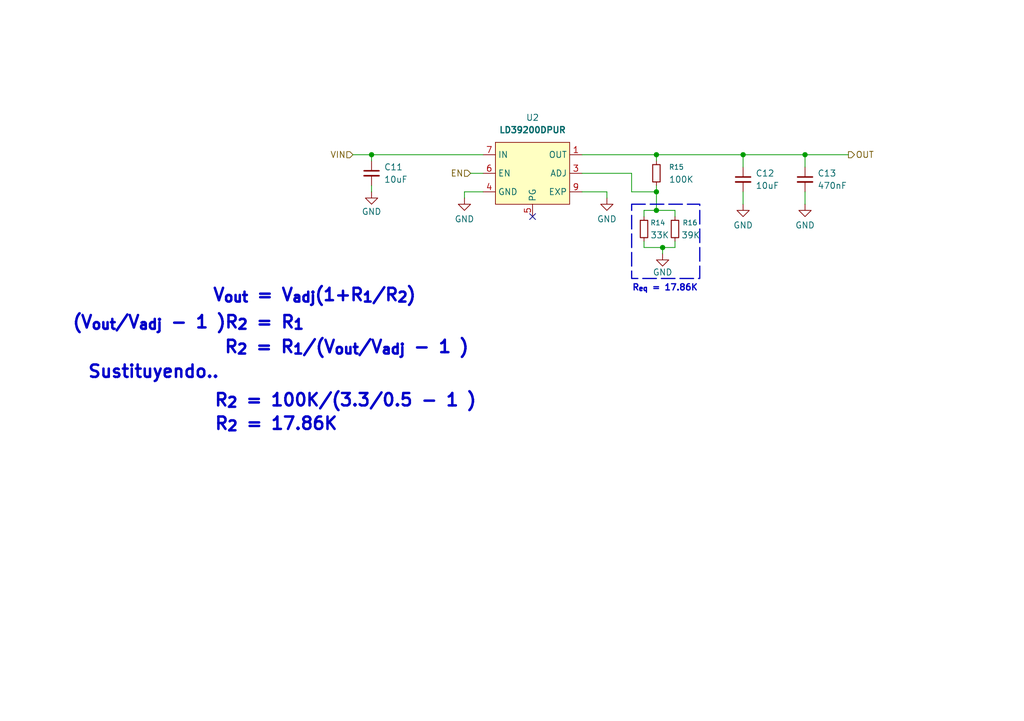
<source format=kicad_sch>
(kicad_sch (version 20250114) (generator "eeschema") (generator_version "9.0")
  (paper "A5")
  (lib_symbols
    (symbol "CompVuelo:LD39200DPUR"
      (property "Reference" "U" (at -6.096 9.906 0))
      (property "Value" "LD39200DPUR" (at 0 7.874 0))
      (symbol "LD39200DPUR_1_1"
        (rectangle (start -7.62 6.35) (end 7.62 -6.35) (fill (type background)))
        (pin input line (at -10.16 3.81 0) (length 2.54) (name "IN") (number "7"))
        (pin input line (at -10.16 0 0) (length 2.54) (name "EN") (number "6"))
        (pin input line (at -10.16 -3.81 0) (length 2.54) (name "GND") (number "4"))
        (pin input line (at 0 -8.89 90) (length 2.54) (name "PG") (number "5"))
        (pin output line (at 10.16 3.81 180) (length 2.54) (name "OUT") (number "1"))
        (pin input line (at 10.16 0 180) (length 2.54) (name "ADJ") (number "3"))
        (pin input line (at 10.16 -3.81 180) (length 2.54) (name "EXP") (number "9"))
      )
    )
    (symbol "Device:C_Small" (pin_numbers (hide yes)) (pin_names (offset 0.254) (hide yes))
      (property "Reference" "C" (at 0.254 1.778 0))
      (property "Value" "C_Small" (at 0.254 -2.032 0))
      (symbol "C_Small_0_1"
        (polyline (pts (xy -1.524 0.508) (xy 1.524 0.508)) (stroke (width 0.3048)))
        (polyline (pts (xy -1.524 -0.508) (xy 1.524 -0.508)) (stroke (width 0.3302)))
      )
      (symbol "C_Small_1_1"
        (pin passive line (at 0 2.54 270) (length 2.032) (name "~") (number "1"))
        (pin passive line (at 0 -2.54 90) (length 2.032) (name "~") (number "2"))
      )
    )
    (symbol "Device:R_Small" (pin_numbers (hide yes)) (pin_names (offset 0.254) (hide yes))
      (property "Reference" "R" (at 0 0 90))
      (property "Value" "R_Small" (at 1.778 0 90))
      (symbol "R_Small_0_1"
        (rectangle (start -0.762 1.778) (end 0.762 -1.778) (stroke (width 0.2032)))
      )
      (symbol "R_Small_1_1"
        (pin passive line (at 0 2.54 270) (length 0.762) (name "~") (number "1"))
        (pin passive line (at 0 -2.54 90) (length 0.762) (name "~") (number "2"))
      )
    )
    (symbol "power:GND" (power) (pin_numbers (hide yes)) (pin_names (offset 0) (hide yes))
      (property "Value" "GND" (at 0 -3.81 0))
      (symbol "GND_0_1"
        (polyline (pts (xy 0 0) (xy 0 -1.27) (xy 1.27 -1.27) (xy 0 -2.54) (xy -1.27 -1.27) (xy 0 -1.27)))
      )
      (symbol "GND_1_1"
        (pin power_in line (at 0 0 270) (length 0) (name "~") (number "1"))
      )
    )
  )
  (rectangle (start 129.54 41.91) (end 143.51 57.15) (stroke (width 0.254) (type dash)))
  (text "R_{eq} = 17.86K" (at 136.398 59.182 0) (effects (font (size 1.27 1.27) (thickness 0.254) (bold yes))))
  (text "R_{2} = 100K/(3.3/0.5 - 1 )" (at 70.866 82.296 0) (effects (font (size 2.54 2.54) (thickness 0.508) (bold yes))))
  (text "R_{2} = 17.86K" (at 56.642 87.122 0) (effects (font (size 2.54 2.54) (thickness 0.508) (bold yes))))
  (text "V_{out} = V_{adj}(1+R_{1}/R_{2})" (at 64.516 60.706 0) (effects (font (size 2.54 2.54) (thickness 0.508) (bold yes))))
  (text "(V_{out}/V_{adj} - 1 )R_{2} = R_{1}" (at 38.608 66.294 0) (effects (font (size 2.54 2.54) (thickness 0.508) (bold yes))))
  (text "Sustituyendo..\n\n" (at 31.496 78.486 0) (effects (font (size 2.54 2.54) (thickness 0.508) (bold yes))))
  (text "R_{2} = R_{1}/(V_{out}/V_{adj} - 1 )" (at 71.12 71.374 0) (effects (font (size 2.54 2.54) (thickness 0.508) (bold yes))))
  (junction (at 165.1 31.75))
  (junction (at 134.62 31.75))
  (junction (at 135.89 50.8))
  (junction (at 152.4 31.75))
  (junction (at 76.2 31.75))
  (junction (at 134.62 43.18))
  (junction (at 134.62 39.37))
  (no_connect (at 109.22 44.45))
  (wire (pts (xy 124.46 40.64) (xy 124.46 39.37)))
  (wire (pts (xy 132.08 50.8) (xy 135.89 50.8)))
  (wire (pts (xy 129.54 35.56) (xy 129.54 39.37)))
  (wire (pts (xy 132.08 49.53) (xy 132.08 50.8)))
  (wire (pts (xy 152.4 41.91) (xy 152.4 39.37)))
  (wire (pts (xy 96.52 35.56) (xy 99.06 35.56)))
  (wire (pts (xy 132.08 44.45) (xy 132.08 43.18)))
  (wire (pts (xy 165.1 31.75) (xy 173.99 31.75)))
  (wire (pts (xy 95.25 39.37) (xy 99.06 39.37)))
  (wire (pts (xy 134.62 39.37) (xy 134.62 43.18)))
  (wire (pts (xy 138.43 43.18) (xy 138.43 44.45)))
  (wire (pts (xy 152.4 34.29) (xy 152.4 31.75)))
  (wire (pts (xy 134.62 31.75) (xy 152.4 31.75)))
  (wire (pts (xy 129.54 39.37) (xy 134.62 39.37)))
  (wire (pts (xy 138.43 50.8) (xy 138.43 49.53)))
  (wire (pts (xy 119.38 35.56) (xy 129.54 35.56)))
  (wire (pts (xy 95.25 39.37) (xy 95.25 40.64)))
  (wire (pts (xy 124.46 39.37) (xy 119.38 39.37)))
  (wire (pts (xy 134.62 43.18) (xy 138.43 43.18)))
  (wire (pts (xy 76.2 31.75) (xy 72.39 31.75)))
  (wire (pts (xy 165.1 41.91) (xy 165.1 39.37)))
  (wire (pts (xy 165.1 34.29) (xy 165.1 31.75)))
  (wire (pts (xy 135.89 50.8) (xy 135.89 52.07)))
  (wire (pts (xy 76.2 33.02) (xy 76.2 31.75)))
  (wire (pts (xy 76.2 31.75) (xy 99.06 31.75)))
  (wire (pts (xy 134.62 33.02) (xy 134.62 31.75)))
  (wire (pts (xy 134.62 38.1) (xy 134.62 39.37)))
  (wire (pts (xy 135.89 50.8) (xy 138.43 50.8)))
  (wire (pts (xy 76.2 38.1) (xy 76.2 39.37)))
  (wire (pts (xy 119.38 31.75) (xy 134.62 31.75)))
  (wire (pts (xy 152.4 31.75) (xy 165.1 31.75)))
  (wire (pts (xy 132.08 43.18) (xy 134.62 43.18)))
  (hierarchical_label "VIN" (shape input) (at 72.39 31.75 180))
  (hierarchical_label "OUT" (shape output) (at 173.99 31.75 0))
  (hierarchical_label "EN" (shape input) (at 96.52 35.56 180))
  (symbol (lib_id "power:GND") (at 135.89 52.07 0) (unit 1)
    (property "Reference" "#PWR049" (effects (hide yes)))
    (property "Value" "GND" (at 135.89 55.88 0))
    (property "Description" "Power symbol creates a global label with name \"GND\" , ground" (effects (hide yes)))
    (instances (project "SupplyBoardCompVuelo" (path "" (reference "#PWR049") (unit 1)) (path "" (reference "#PWR061") (unit 1)) (path "" (reference "#PWR055") (unit 1)) (path "" (reference "#PWR067") (unit 1))))
  )
  (symbol (lib_id "Device:C_Small") (at 165.1 36.83 0) (unit 1)
    (property "Reference" "C13" (at 167.64 35.5662 0) (effects (justify left)))
    (property "Value" "470nF" (at 167.64 38.1062 0) (effects (justify left)))
    (property "Footprint" "Capacitor_SMD:C_0805_2012Metric_Pad1.18x1.45mm_HandSolder" (effects (hide yes)))
    (property "Description" "Unpolarized capacitor, small symbol" (effects (hide yes)))
    (instances (project "SupplyBoardCompVuelo" (path "" (reference "C13") (unit 1)) (path "" (reference "C19") (unit 1)) (path "" (reference "C16") (unit 1)) (path "" (reference "C22") (unit 1))))
  )
  (symbol (lib_id "Device:C_Small") (at 152.4 36.83 0) (unit 1)
    (property "Reference" "C12" (at 154.94 35.5662 0) (effects (justify left)))
    (property "Value" "10uF" (at 154.94 38.1062 0) (effects (justify left)))
    (property "Footprint" "Capacitor_SMD:C_0805_2012Metric_Pad1.18x1.45mm_HandSolder" (effects (hide yes)))
    (property "Description" "Unpolarized capacitor, small symbol" (effects (hide yes)))
    (instances (project "SupplyBoardCompVuelo" (path "" (reference "C12") (unit 1)) (path "" (reference "C18") (unit 1)) (path "" (reference "C15") (unit 1)) (path "" (reference "C21") (unit 1))))
  )
  (symbol (lib_id "power:GND") (at 95.25 40.64 0) (unit 1)
    (property "Reference" "#PWR047" (effects (hide yes)))
    (property "Value" "GND" (at 95.25 44.958 0))
    (property "Description" "Power symbol creates a global label with name \"GND\" , ground" (effects (hide yes)))
    (instances (project "SupplyBoardCompVuelo" (path "" (reference "#PWR047") (unit 1)) (path "" (reference "#PWR059") (unit 1)) (path "" (reference "#PWR053") (unit 1)) (path "" (reference "#PWR065") (unit 1))))
  )
  (symbol (lib_id "power:GND") (at 124.46 40.64 0) (unit 1)
    (property "Reference" "#PWR048" (effects (hide yes)))
    (property "Value" "GND" (at 124.46 44.958 0))
    (property "Description" "Power symbol creates a global label with name \"GND\" , ground" (effects (hide yes)))
    (instances (project "SupplyBoardCompVuelo" (path "" (reference "#PWR048") (unit 1)) (path "" (reference "#PWR060") (unit 1)) (path "" (reference "#PWR054") (unit 1)) (path "" (reference "#PWR066") (unit 1))))
  )
  (symbol (lib_id "Device:C_Small") (at 76.2 35.56 0) (unit 1)
    (property "Reference" "C11" (at 78.74 34.2962 0) (effects (justify left)))
    (property "Value" "10uF" (at 78.74 36.8362 0) (effects (justify left)))
    (property "Footprint" "Capacitor_SMD:C_0805_2012Metric_Pad1.18x1.45mm_HandSolder" (effects (hide yes)))
    (property "Description" "Unpolarized capacitor, small symbol" (effects (hide yes)))
    (instances (project "SupplyBoardCompVuelo" (path "" (reference "C11") (unit 1)) (path "" (reference "C17") (unit 1)) (path "" (reference "C14") (unit 1)) (path "" (reference "C20") (unit 1))))
  )
  (symbol (lib_id "power:GND") (at 152.4 41.91 0) (unit 1)
    (property "Reference" "#PWR050" (effects (hide yes)))
    (property "Value" "GND" (at 152.4 46.228 0))
    (property "Description" "Power symbol creates a global label with name \"GND\" , ground" (effects (hide yes)))
    (instances (project "SupplyBoardCompVuelo" (path "" (reference "#PWR050") (unit 1)) (path "" (reference "#PWR062") (unit 1)) (path "" (reference "#PWR056") (unit 1)) (path "" (reference "#PWR068") (unit 1))))
  )
  (symbol (lib_id "Device:R_Small") (at 134.62 35.56 0) (unit 1)
    (property "Reference" "R15" (at 137.16 34.2899 0) (effects (font (size 1.016 1.016)) (justify left)))
    (property "Value" "100K" (at 137.16 36.8299 0) (effects (justify left)))
    (property "Footprint" "Resistor_SMD:R_0805_2012Metric_Pad1.20x1.40mm_HandSolder" (effects (hide yes)))
    (property "Description" "Resistor, small symbol" (effects (hide yes)))
    (instances (project "SupplyBoardCompVuelo" (path "" (reference "R15") (unit 1)) (path "" (reference "R21") (unit 1)) (path "" (reference "R18") (unit 1)) (path "" (reference "R24") (unit 1))))
  )
  (symbol (lib_id "power:GND") (at 76.2 39.37 0) (unit 1)
    (property "Reference" "#PWR046" (effects (hide yes)))
    (property "Value" "GND" (at 76.2 43.434 0))
    (property "Description" "Power symbol creates a global label with name \"GND\" , ground" (effects (hide yes)))
    (instances (project "SupplyBoardCompVuelo" (path "" (reference "#PWR046") (unit 1)) (path "" (reference "#PWR058") (unit 1)) (path "" (reference "#PWR052") (unit 1)) (path "" (reference "#PWR064") (unit 1))))
  )
  (symbol (lib_id "Device:R_Small") (at 138.43 46.99 0) (unit 1)
    (property "Reference" "R16" (at 139.954 45.72 0) (effects (font (size 1.016 1.016)) (justify left)))
    (property "Value" "39K" (at 139.7 48.26 0) (effects (justify left)))
    (property "Footprint" "Resistor_SMD:R_0805_2012Metric_Pad1.20x1.40mm_HandSolder" (effects (hide yes)))
    (property "Description" "Resistor, small symbol" (effects (hide yes)))
    (instances (project "SupplyBoardCompVuelo" (path "" (reference "R16") (unit 1)) (path "" (reference "R22") (unit 1)) (path "" (reference "R19") (unit 1)) (path "" (reference "R25") (unit 1))))
  )
  (symbol (lib_id "power:GND") (at 165.1 41.91 0) (unit 1)
    (property "Reference" "#PWR051" (effects (hide yes)))
    (property "Value" "GND" (at 165.1 46.228 0))
    (property "Description" "Power symbol creates a global label with name \"GND\" , ground" (effects (hide yes)))
    (instances (project "SupplyBoardCompVuelo" (path "" (reference "#PWR051") (unit 1)) (path "" (reference "#PWR063") (unit 1)) (path "" (reference "#PWR057") (unit 1)) (path "" (reference "#PWR069") (unit 1))))
  )
  (symbol (lib_id "CompVuelo:LD39200DPUR") (at 109.22 35.56 0) (unit 1)
    (property "Reference" "U2" (at 109.22 24.13 0))
    (property "Value" "LD39200DPUR" (at 109.22 26.67 0) (effects (font (thickness 0.254) (bold yes))))
    (property "Footprint" "CompVuelo:LD39200DPUR" (effects (hide yes)))
    (property "Datasheet" "https://www.lcsc.com/datasheet/C880590.pdf" (effects (hide yes)))
    (property "Description" "2 A high PSRR ultra low drop linear regulator with reverse current protection" (effects (hide yes)))
    (instances (project "SupplyBoardCompVuelo" (path "" (reference "U2") (unit 1)) (path "" (reference "U4") (unit 1)) (path "" (reference "U3") (unit 1)) (path "" (reference "U5") (unit 1))))
  )
  (symbol (lib_id "Device:R_Small") (at 132.08 46.99 0) (unit 1)
    (property "Reference" "R14" (at 133.35 45.72 0) (effects (font (size 1.016 1.016)) (justify left)))
    (property "Value" "33K" (at 133.35 48.26 0) (effects (justify left)))
    (property "Footprint" "Resistor_SMD:R_0805_2012Metric_Pad1.20x1.40mm_HandSolder" (effects (hide yes)))
    (property "Description" "Resistor, small symbol" (effects (hide yes)))
    (instances (project "SupplyBoardCompVuelo" (path "" (reference "R14") (unit 1)) (path "" (reference "R20") (unit 1)) (path "" (reference "R17") (unit 1)) (path "" (reference "R23") (unit 1))))
  )
)
</source>
